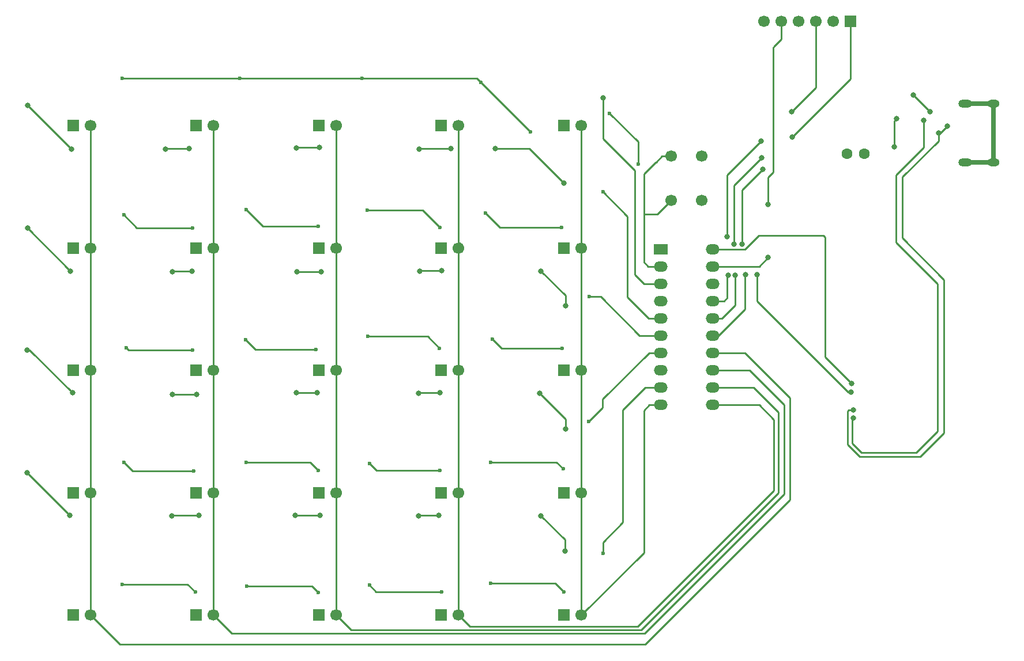
<source format=gbl>
G04 #@! TF.GenerationSoftware,KiCad,Pcbnew,9.0.4*
G04 #@! TF.CreationDate,2025-10-26T21:25:07+02:00*
G04 #@! TF.ProjectId,ResumeCard,52657375-6d65-4436-9172-642e6b696361,rev?*
G04 #@! TF.SameCoordinates,Original*
G04 #@! TF.FileFunction,Copper,L2,Bot*
G04 #@! TF.FilePolarity,Positive*
%FSLAX46Y46*%
G04 Gerber Fmt 4.6, Leading zero omitted, Abs format (unit mm)*
G04 Created by KiCad (PCBNEW 9.0.4) date 2025-10-26 21:25:07*
%MOMM*%
%LPD*%
G01*
G04 APERTURE LIST*
G04 #@! TA.AperFunction,ComponentPad*
%ADD10R,1.700000X1.700000*%
G04 #@! TD*
G04 #@! TA.AperFunction,ComponentPad*
%ADD11C,1.700000*%
G04 #@! TD*
G04 #@! TA.AperFunction,ComponentPad*
%ADD12R,2.000000X1.500000*%
G04 #@! TD*
G04 #@! TA.AperFunction,ComponentPad*
%ADD13O,2.000000X1.500000*%
G04 #@! TD*
G04 #@! TA.AperFunction,ComponentPad*
%ADD14O,2.000000X1.520000*%
G04 #@! TD*
G04 #@! TA.AperFunction,ComponentPad*
%ADD15O,2.000000X1.200000*%
G04 #@! TD*
G04 #@! TA.AperFunction,ComponentPad*
%ADD16O,1.800000X1.200000*%
G04 #@! TD*
G04 #@! TA.AperFunction,ComponentPad*
%ADD17C,1.600000*%
G04 #@! TD*
G04 #@! TA.AperFunction,ViaPad*
%ADD18C,0.600000*%
G04 #@! TD*
G04 #@! TA.AperFunction,ViaPad*
%ADD19C,0.800000*%
G04 #@! TD*
G04 #@! TA.AperFunction,Conductor*
%ADD20C,0.250000*%
G04 #@! TD*
G04 #@! TA.AperFunction,Conductor*
%ADD21C,0.635000*%
G04 #@! TD*
G04 APERTURE END LIST*
D10*
G04 #@! TO.P,SW16,1,1*
G04 #@! TO.N,/CR4*
X21250000Y25300000D03*
D11*
G04 #@! TO.P,SW16,2,2*
G04 #@! TO.N,/C1*
X23790000Y25300000D03*
G04 #@! TD*
D10*
G04 #@! TO.P,SW17,1,1*
G04 #@! TO.N,Net-(D32-A)*
X39250000Y25300000D03*
D11*
G04 #@! TO.P,SW17,2,2*
G04 #@! TO.N,/C2*
X41790000Y25300000D03*
G04 #@! TD*
D10*
G04 #@! TO.P,SW12,1,1*
G04 #@! TO.N,Net-(D31-A)*
X39250000Y43300000D03*
D11*
G04 #@! TO.P,SW12,2,2*
G04 #@! TO.N,/C2*
X41790000Y43300000D03*
G04 #@! TD*
D10*
G04 #@! TO.P,SW6,1,1*
G04 #@! TO.N,/CR2*
X21250000Y61300000D03*
D11*
G04 #@! TO.P,SW6,2,2*
G04 #@! TO.N,/C1*
X23790000Y61300000D03*
G04 #@! TD*
D10*
G04 #@! TO.P,SW2,1,1*
G04 #@! TO.N,Net-(D47-A)*
X39250000Y79300000D03*
D11*
G04 #@! TO.P,SW2,2,2*
G04 #@! TO.N,/C2*
X41790000Y79300000D03*
G04 #@! TD*
D10*
G04 #@! TO.P,SW11,1,1*
G04 #@! TO.N,/CR3*
X21250000Y43300000D03*
D11*
G04 #@! TO.P,SW11,2,2*
G04 #@! TO.N,/C1*
X23790000Y43300000D03*
G04 #@! TD*
D12*
G04 #@! TO.P,U1,1,PD1*
G04 #@! TO.N,/UART option (TXD)*
X107515000Y61090000D03*
D13*
G04 #@! TO.P,U1,2,PA1/XTAL2*
G04 #@! TO.N,/BTN*
X107515000Y58550000D03*
G04 #@! TO.P,U1,3,PA0/XTAL1*
G04 #@! TO.N,/DIN*
X107515000Y56010000D03*
G04 #@! TO.P,U1,4,PD2*
G04 #@! TO.N,/R1*
X107515000Y53470000D03*
G04 #@! TO.P,U1,5,PD3*
G04 #@! TO.N,/R2*
X107515000Y50930000D03*
G04 #@! TO.P,U1,6,PD4*
G04 #@! TO.N,/R3*
X107515000Y48390000D03*
G04 #@! TO.P,U1,7,PD5*
G04 #@! TO.N,/R4*
X107515000Y45850000D03*
G04 #@! TO.P,U1,8,GND*
G04 #@! TO.N,GND*
X107515000Y43310000D03*
G04 #@! TO.P,U1,9,PD6*
G04 #@! TO.N,/R5*
X107515000Y40770000D03*
D14*
G04 #@! TO.P,U1,10,PB0*
G04 #@! TO.N,/C5*
X107515000Y38230000D03*
G04 #@! TO.P,U1,11,PB1*
G04 #@! TO.N,/C4*
X115135000Y38230000D03*
G04 #@! TO.P,U1,12,PB2*
G04 #@! TO.N,/C3*
X115135000Y40770000D03*
G04 #@! TO.P,U1,13,PB3*
G04 #@! TO.N,/C2*
X115135000Y43310000D03*
G04 #@! TO.P,U1,14,PB4*
G04 #@! TO.N,/C1*
X115135000Y45850000D03*
G04 #@! TO.P,U1,15,PB5*
G04 #@! TO.N,Net-(J2-MOSI)*
X115135000Y48390000D03*
G04 #@! TO.P,U1,16,PB6*
G04 #@! TO.N,Net-(J2-MISO)*
X115135000Y50930000D03*
G04 #@! TO.P,U1,17,PB7*
G04 #@! TO.N,Net-(J2-SCK)*
X115135000Y53470000D03*
G04 #@! TO.P,U1,18,VCC*
G04 #@! TO.N,/PWR*
X115135000Y56010000D03*
G04 #@! TO.P,U1,19,PA2/~{RESET}*
G04 #@! TO.N,Net-(J2-~{RST})*
X115135000Y58550000D03*
G04 #@! TO.P,U1,20,PD0*
G04 #@! TO.N,/UART option (RXD)*
X115135000Y61090000D03*
G04 #@! TD*
D10*
G04 #@! TO.P,SW19,1,1*
G04 #@! TO.N,Net-(D40-A)*
X75250000Y25300000D03*
D11*
G04 #@! TO.P,SW19,2,2*
G04 #@! TO.N,/C4*
X77790000Y25300000D03*
G04 #@! TD*
D10*
G04 #@! TO.P,SW21,1,1*
G04 #@! TO.N,/CR5*
X21250000Y7300000D03*
D11*
G04 #@! TO.P,SW21,2,2*
G04 #@! TO.N,/C1*
X23790000Y7300000D03*
G04 #@! TD*
D15*
G04 #@! TO.P,J1,1*
G04 #@! TO.N,GND*
X152200000Y82530000D03*
D16*
G04 #@! TO.P,J1,2*
X156380000Y82530000D03*
G04 #@! TO.P,J1,3*
X156380000Y73870000D03*
D15*
G04 #@! TO.P,J1,e*
X152200000Y73870000D03*
G04 #@! TD*
D10*
G04 #@! TO.P,SW5,1,1*
G04 #@! TO.N,Net-(D42-A)*
X93250000Y79300000D03*
D11*
G04 #@! TO.P,SW5,2,2*
G04 #@! TO.N,/C5*
X95790000Y79300000D03*
G04 #@! TD*
G04 #@! TO.P,SW26,1,1*
G04 #@! TO.N,/PWR*
X113525000Y74800000D03*
X113525000Y68300000D03*
G04 #@! TO.P,SW26,2,2*
G04 #@! TO.N,/BTN*
X109025000Y74800000D03*
X109025000Y68300000D03*
G04 #@! TD*
D10*
G04 #@! TO.P,SW1,1,1*
G04 #@! TO.N,/CR1*
X21250000Y79300000D03*
D11*
G04 #@! TO.P,SW1,2,2*
G04 #@! TO.N,/C1*
X23790000Y79300000D03*
G04 #@! TD*
D10*
G04 #@! TO.P,SW23,1,1*
G04 #@! TO.N,Net-(D37-A)*
X57250000Y7300000D03*
D11*
G04 #@! TO.P,SW23,2,2*
G04 #@! TO.N,/C3*
X59790000Y7300000D03*
G04 #@! TD*
D10*
G04 #@! TO.P,J2,1,MISO*
G04 #@! TO.N,Net-(J2-MISO)*
X135350000Y94600000D03*
D11*
G04 #@! TO.P,J2,2,VCC*
G04 #@! TO.N,/PWR*
X132810000Y94600000D03*
G04 #@! TO.P,J2,3,SCK*
G04 #@! TO.N,Net-(J2-SCK)*
X130270000Y94600000D03*
G04 #@! TO.P,J2,4,MOSI*
G04 #@! TO.N,Net-(J2-MOSI)*
X127730000Y94600000D03*
G04 #@! TO.P,J2,5,~{RST}*
G04 #@! TO.N,Net-(J2-~{RST})*
X125190000Y94600000D03*
G04 #@! TO.P,J2,6,GND*
G04 #@! TO.N,GND*
X122650000Y94600000D03*
G04 #@! TD*
D10*
G04 #@! TO.P,SW8,1,1*
G04 #@! TO.N,Net-(D34-A)*
X57250000Y61300000D03*
D11*
G04 #@! TO.P,SW8,2,2*
G04 #@! TO.N,/C3*
X59790000Y61300000D03*
G04 #@! TD*
D10*
G04 #@! TO.P,SW4,1,1*
G04 #@! TO.N,Net-(D49-A)*
X75250000Y79300000D03*
D11*
G04 #@! TO.P,SW4,2,2*
G04 #@! TO.N,/C4*
X77790000Y79300000D03*
G04 #@! TD*
D10*
G04 #@! TO.P,SW7,1,1*
G04 #@! TO.N,Net-(D30-A)*
X39250000Y61300000D03*
D11*
G04 #@! TO.P,SW7,2,2*
G04 #@! TO.N,/C2*
X41790000Y61300000D03*
G04 #@! TD*
D17*
G04 #@! TO.P,C27,1*
G04 #@! TO.N,GND*
X137395000Y75115000D03*
G04 #@! TO.P,C27,2*
G04 #@! TO.N,/PWR*
X134855000Y75115000D03*
G04 #@! TD*
D10*
G04 #@! TO.P,SW13,1,1*
G04 #@! TO.N,Net-(D35-A)*
X57250000Y43300000D03*
D11*
G04 #@! TO.P,SW13,2,2*
G04 #@! TO.N,/C3*
X59790000Y43300000D03*
G04 #@! TD*
D10*
G04 #@! TO.P,SW18,1,1*
G04 #@! TO.N,Net-(D36-A)*
X57250000Y25300000D03*
D11*
G04 #@! TO.P,SW18,2,2*
G04 #@! TO.N,/C3*
X59790000Y25300000D03*
G04 #@! TD*
D10*
G04 #@! TO.P,SW22,1,1*
G04 #@! TO.N,Net-(D33-A)*
X39250000Y7300000D03*
D11*
G04 #@! TO.P,SW22,2,2*
G04 #@! TO.N,/C2*
X41790000Y7300000D03*
G04 #@! TD*
D10*
G04 #@! TO.P,SW3,1,1*
G04 #@! TO.N,Net-(D48-A)*
X57250000Y79300000D03*
D11*
G04 #@! TO.P,SW3,2,2*
G04 #@! TO.N,/C3*
X59790000Y79300000D03*
G04 #@! TD*
D10*
G04 #@! TO.P,SW20,1,1*
G04 #@! TO.N,Net-(D45-A)*
X93250000Y25300000D03*
D11*
G04 #@! TO.P,SW20,2,2*
G04 #@! TO.N,/C5*
X95790000Y25300000D03*
G04 #@! TD*
D10*
G04 #@! TO.P,SW14,1,1*
G04 #@! TO.N,Net-(D39-A)*
X75250000Y43300000D03*
D11*
G04 #@! TO.P,SW14,2,2*
G04 #@! TO.N,/C4*
X77790000Y43300000D03*
G04 #@! TD*
D10*
G04 #@! TO.P,SW25,1,1*
G04 #@! TO.N,Net-(D50-A)*
X93250000Y7300000D03*
D11*
G04 #@! TO.P,SW25,2,2*
G04 #@! TO.N,/C5*
X95790000Y7300000D03*
G04 #@! TD*
D10*
G04 #@! TO.P,SW9,1,1*
G04 #@! TO.N,Net-(D38-A)*
X75250000Y61300000D03*
D11*
G04 #@! TO.P,SW9,2,2*
G04 #@! TO.N,/C4*
X77790000Y61300000D03*
G04 #@! TD*
D10*
G04 #@! TO.P,SW24,1,1*
G04 #@! TO.N,Net-(D41-A)*
X75250000Y7300000D03*
D11*
G04 #@! TO.P,SW24,2,2*
G04 #@! TO.N,/C4*
X77790000Y7300000D03*
G04 #@! TD*
D10*
G04 #@! TO.P,SW10,1,1*
G04 #@! TO.N,Net-(D43-A)*
X93250000Y61300000D03*
D11*
G04 #@! TO.P,SW10,2,2*
G04 #@! TO.N,/C5*
X95790000Y61300000D03*
G04 #@! TD*
D10*
G04 #@! TO.P,SW15,1,1*
G04 #@! TO.N,Net-(D44-A)*
X93250000Y43300000D03*
D11*
G04 #@! TO.P,SW15,2,2*
G04 #@! TO.N,/C5*
X95790000Y43300000D03*
G04 #@! TD*
D18*
G04 #@! TO.N,/R5*
X93300000Y10725000D03*
X82550000Y12025000D03*
X64700000Y11700000D03*
X75300000Y10700000D03*
X57200000Y10600000D03*
X46725000Y11525000D03*
X39150000Y10700000D03*
X28450000Y11825000D03*
G04 #@! TO.N,/R4*
X96925000Y35800000D03*
X82525000Y29750000D03*
X93150000Y28800000D03*
X75075000Y28600000D03*
X64725000Y29600000D03*
X57175000Y28600000D03*
X46625000Y29750000D03*
X38925000Y28475000D03*
X28650000Y29800000D03*
G04 #@! TO.N,/R3*
X96975000Y54125000D03*
X93025000Y46500000D03*
X82750000Y47850000D03*
X64525000Y48275000D03*
X75025000Y46500000D03*
X46550000Y47800000D03*
X56825000Y46400000D03*
X38750000Y46275000D03*
X29000000Y46625000D03*
G04 #@! TO.N,/R2*
X99000000Y69550000D03*
X81775000Y66450000D03*
X92950000Y64325000D03*
X75100000Y64325000D03*
X64375000Y66875000D03*
X46650000Y66900000D03*
X57200000Y64450000D03*
X38725000Y64225000D03*
X28650000Y66150000D03*
G04 #@! TO.N,/R1*
X88350000Y78400000D03*
D19*
G04 #@! TO.N,Net-(D1-DOUT)*
X76700000Y75900000D03*
X38200000Y75900000D03*
X54000000Y76000000D03*
X34800000Y75800000D03*
X72000000Y75800000D03*
X14500000Y82300000D03*
X83200000Y75900000D03*
X21000000Y75800000D03*
X57400000Y76100000D03*
X93300000Y70800000D03*
G04 #@! TO.N,Net-(D11-DOUT)*
X57000000Y40000000D03*
X89700000Y39900000D03*
X54000000Y40000000D03*
X35800000Y39800000D03*
X75100000Y40000000D03*
X71900000Y39900000D03*
X93500000Y34700000D03*
X39300000Y39800000D03*
X21100000Y40000000D03*
X14450000Y46300000D03*
G04 #@! TO.N,Net-(J2-~{RST})*
X123250000Y67675000D03*
X123275000Y59875000D03*
G04 #@! TO.N,Net-(J2-MISO)*
X118250000Y61900000D03*
X126775000Y77575000D03*
X118400000Y57325000D03*
X122325000Y74575000D03*
G04 #@! TO.N,Net-(J2-MOSI)*
X119425000Y61850000D03*
X122450000Y72850000D03*
X119950000Y57350000D03*
G04 #@! TO.N,Net-(J2-SCK)*
X117400000Y57300000D03*
X122242500Y77025000D03*
X126725000Y81325000D03*
X117250000Y62975000D03*
G04 #@! TO.N,/DIN*
X99000000Y83350000D03*
G04 #@! TO.N,/UART option (TXD)*
X121600000Y57350000D03*
X135400000Y40100000D03*
D18*
G04 #@! TO.N,/R1*
X104200000Y73625000D03*
X100000000Y81100000D03*
G04 #@! TO.N,/R5*
X99000000Y16400000D03*
D19*
G04 #@! TO.N,/UART option (RXD)*
X135500000Y41400000D03*
G04 #@! TO.N,Net-(D15-DIN)*
X20800000Y57900000D03*
X14500000Y64200000D03*
X75300000Y58000000D03*
X38700000Y57900000D03*
X57600000Y57800000D03*
X35800000Y57800000D03*
X72100000Y57900000D03*
X89900000Y57900000D03*
X93500000Y52800000D03*
X54100000Y57800000D03*
G04 #@! TO.N,Net-(D16-DOUT)*
X57500000Y22000000D03*
X74900000Y22000000D03*
X53800000Y22000000D03*
X35700000Y21900000D03*
X89900000Y21900000D03*
X39700000Y22000000D03*
X71900000Y21900000D03*
X93400000Y16700000D03*
X20750000Y21950000D03*
X14450000Y28250000D03*
G04 #@! TO.N,Net-(J1-CC1)*
X142100000Y80300000D03*
X141800000Y76200000D03*
G04 #@! TO.N,Net-(U2-UD-)*
X146100000Y80100000D03*
X135800000Y36300000D03*
G04 #@! TO.N,Net-(U2-UD+)*
X135800000Y37500000D03*
X148300000Y78200000D03*
X149600304Y79225001D03*
G04 #@! TO.N,Net-(J1-CC2)*
X144600000Y83800000D03*
X147051229Y81332500D03*
D18*
G04 #@! TO.N,/R1*
X45675000Y86250000D03*
X81100000Y85650000D03*
X28400000Y86250000D03*
X63650000Y86250000D03*
G04 #@! TD*
D20*
G04 #@! TO.N,/R5*
X82550000Y12025000D02*
X92000000Y12025000D01*
X92000000Y12025000D02*
X93300000Y10725000D01*
X65700000Y10700000D02*
X75300000Y10700000D01*
X64700000Y11700000D02*
X65700000Y10700000D01*
X56275000Y11525000D02*
X57200000Y10600000D01*
X46725000Y11525000D02*
X56275000Y11525000D01*
X38025000Y11825000D02*
X39150000Y10700000D01*
X28450000Y11825000D02*
X38025000Y11825000D01*
G04 #@! TO.N,/R4*
X96925000Y35800000D02*
X98975000Y37850000D01*
X98975000Y37850000D02*
X98975000Y39050000D01*
X98975000Y39050000D02*
X105775000Y45850000D01*
X105775000Y45850000D02*
X107515000Y45850000D01*
X82525000Y29750000D02*
X92200000Y29750000D01*
X92200000Y29750000D02*
X93150000Y28800000D01*
X64725000Y29600000D02*
X65725000Y28600000D01*
X65725000Y28600000D02*
X75075000Y28600000D01*
X56025000Y29750000D02*
X57175000Y28600000D01*
X46625000Y29750000D02*
X56025000Y29750000D01*
X29975000Y28475000D02*
X38925000Y28475000D01*
X28650000Y29800000D02*
X29975000Y28475000D01*
G04 #@! TO.N,Net-(D11-DOUT)*
X93500000Y34700000D02*
X93500000Y36100000D01*
X93500000Y36100000D02*
X89700000Y39900000D01*
G04 #@! TO.N,/R3*
X98665000Y54125000D02*
X104400000Y48390000D01*
X96975000Y54125000D02*
X98665000Y54125000D01*
X84100000Y46500000D02*
X93025000Y46500000D01*
X82750000Y47850000D02*
X84100000Y46500000D01*
X64525000Y48275000D02*
X73250000Y48275000D01*
X73250000Y48275000D02*
X75025000Y46500000D01*
X47950000Y46400000D02*
X56825000Y46400000D01*
X46550000Y47800000D02*
X47950000Y46400000D01*
X29350000Y46275000D02*
X38750000Y46275000D01*
X29000000Y46625000D02*
X29350000Y46275000D01*
G04 #@! TO.N,/R2*
X102600000Y65950000D02*
X102600000Y63700000D01*
X99000000Y69550000D02*
X102600000Y65950000D01*
X81775000Y66450000D02*
X83900000Y64325000D01*
X83900000Y64325000D02*
X92950000Y64325000D01*
X72550000Y66875000D02*
X75100000Y64325000D01*
X64375000Y66875000D02*
X72550000Y66875000D01*
X46650000Y66900000D02*
X49100000Y64450000D01*
X49100000Y64450000D02*
X57200000Y64450000D01*
X30575000Y64225000D02*
X38725000Y64225000D01*
X28650000Y66150000D02*
X30575000Y64225000D01*
G04 #@! TO.N,/R1*
X80500000Y86250000D02*
X88350000Y78400000D01*
G04 #@! TO.N,Net-(D1-DOUT)*
X93300000Y70800000D02*
X88200000Y75900000D01*
X57400000Y76100000D02*
X54100000Y76100000D01*
X72100000Y75900000D02*
X72000000Y75800000D01*
X54200000Y76000000D02*
X54000000Y76000000D01*
X34800000Y75800000D02*
X34900000Y75900000D01*
X54100000Y76100000D02*
X54000000Y76000000D01*
X76700000Y75900000D02*
X72100000Y75900000D01*
X88200000Y75900000D02*
X83200000Y75900000D01*
X34900000Y75900000D02*
X38200000Y75900000D01*
X21000000Y75800000D02*
X14500000Y82300000D01*
D21*
G04 #@! TO.N,GND*
X156380000Y73870000D02*
X156380000Y82530000D01*
X152200000Y73870000D02*
X156380000Y73870000D01*
X156380000Y82530000D02*
X152200000Y82530000D01*
D20*
G04 #@! TO.N,Net-(D11-DOUT)*
X14800000Y46300000D02*
X14450000Y46300000D01*
X39300000Y39800000D02*
X35800000Y39800000D01*
X75100000Y40000000D02*
X72000000Y40000000D01*
X21100000Y40000000D02*
X14800000Y46300000D01*
X57000000Y40000000D02*
X54000000Y40000000D01*
X72000000Y40000000D02*
X71900000Y39900000D01*
G04 #@! TO.N,Net-(J2-~{RST})*
X125190000Y91965000D02*
X125190000Y94600000D01*
X123975000Y90750000D02*
X124087500Y90862500D01*
X123275000Y59875000D02*
X123275000Y60000000D01*
X115135000Y58550000D02*
X121950000Y58550000D01*
X123250000Y67675000D02*
X123250000Y71675000D01*
X123250000Y71675000D02*
X123975000Y72400000D01*
X123975000Y72400000D02*
X123975000Y90750000D01*
X121950000Y58550000D02*
X123275000Y59875000D01*
X124087500Y90862500D02*
X125190000Y91965000D01*
G04 #@! TO.N,Net-(J2-MISO)*
X118050000Y52550000D02*
X118400000Y52900000D01*
X118250000Y67725000D02*
X118250000Y70500000D01*
X116430000Y50930000D02*
X118050000Y52550000D01*
X135350000Y94600000D02*
X135350000Y91300000D01*
X135350000Y86150000D02*
X135350000Y91300000D01*
X126775000Y77575000D02*
X135350000Y86150000D01*
X118250000Y61900000D02*
X118250000Y67725000D01*
X115135000Y50930000D02*
X116430000Y50930000D01*
X118400000Y52900000D02*
X118400000Y57325000D01*
X118250000Y70500000D02*
X122325000Y74575000D01*
G04 #@! TO.N,Net-(J2-MOSI)*
X119425000Y68575000D02*
X119425000Y69825000D01*
X119875000Y57275000D02*
X119950000Y57350000D01*
X119425000Y61850000D02*
X119425000Y68575000D01*
X115135000Y48390000D02*
X115990000Y48390000D01*
X115990000Y48390000D02*
X119875000Y52275000D01*
X119875000Y52275000D02*
X119875000Y57275000D01*
X119425000Y69825000D02*
X122450000Y72850000D01*
X127730000Y94600000D02*
X127600000Y94600000D01*
G04 #@! TO.N,Net-(J2-SCK)*
X116770000Y53470000D02*
X117250000Y53950000D01*
X130270000Y84870000D02*
X130270000Y94600000D01*
X117250000Y62975000D02*
X117250000Y66925000D01*
X117250000Y72032500D02*
X122242500Y77025000D01*
X117250000Y66925000D02*
X117250000Y72032500D01*
X117250000Y53950000D02*
X117250000Y57150000D01*
X115135000Y53470000D02*
X116770000Y53470000D01*
X126725000Y81325000D02*
X130270000Y84870000D01*
X117250000Y57150000D02*
X117400000Y57300000D01*
G04 #@! TO.N,/DIN*
X103700000Y57350000D02*
X103700000Y72675000D01*
X105040000Y56010000D02*
X103700000Y57350000D01*
X99000000Y77375000D02*
X99000000Y83350000D01*
X103700000Y72675000D02*
X99000000Y77375000D01*
X107515000Y56010000D02*
X105040000Y56010000D01*
G04 #@! TO.N,/UART option (TXD)*
X121612500Y57337500D02*
X121600000Y57350000D01*
X121612500Y53487500D02*
X121612500Y57337500D01*
X135000000Y40100000D02*
X128100000Y47000000D01*
X128100000Y47000000D02*
X121612500Y53487500D01*
X135400000Y40100000D02*
X135000000Y40100000D01*
G04 #@! TO.N,/R1*
X104200000Y73625000D02*
X104200000Y76900000D01*
X100000000Y81100000D02*
X104200000Y76900000D01*
G04 #@! TO.N,/C3*
X59790000Y7300000D02*
X59790000Y25300000D01*
X121155000Y40770000D02*
X115135000Y40770000D01*
X124800000Y37125000D02*
X121155000Y40770000D01*
X59790000Y43300000D02*
X59790000Y25300000D01*
X59790000Y43300000D02*
X59790000Y61300000D01*
X59790000Y79300000D02*
X59790000Y61300000D01*
X61990000Y5100000D02*
X104600000Y5100000D01*
X59800000Y62000000D02*
X60000000Y62000000D01*
X124800000Y25300000D02*
X124800000Y37125000D01*
X59790000Y7300000D02*
X61990000Y5100000D01*
X104600000Y5100000D02*
X124800000Y25300000D01*
G04 #@! TO.N,/C2*
X120515000Y43310000D02*
X115135000Y43310000D01*
X41790000Y7300000D02*
X44490000Y4600000D01*
X44490000Y4600000D02*
X105100000Y4600000D01*
X105100000Y4600000D02*
X125600000Y25100000D01*
X125600000Y38225000D02*
X120515000Y43310000D01*
X41790000Y43300000D02*
X41790000Y61300000D01*
X41790000Y79300000D02*
X41790000Y61300000D01*
X41790000Y43300000D02*
X41790000Y25300000D01*
X41790000Y25300000D02*
X41790000Y7300000D01*
X125600000Y25100000D02*
X125600000Y38225000D01*
G04 #@! TO.N,/R3*
X104400000Y48390000D02*
X107515000Y48390000D01*
G04 #@! TO.N,/C5*
X95790000Y7300000D02*
X95790000Y25300000D01*
X95790000Y43300000D02*
X95790000Y25300000D01*
X105000000Y16510000D02*
X105000000Y37400000D01*
X95790000Y79300000D02*
X95790000Y61300000D01*
X95790000Y7300000D02*
X105000000Y16510000D01*
X105000000Y37400000D02*
X105830000Y38230000D01*
X105830000Y38230000D02*
X107515000Y38230000D01*
X95790000Y43300000D02*
X95790000Y61300000D01*
G04 #@! TO.N,/R2*
X105745000Y50930000D02*
X102600000Y54075000D01*
X107515000Y50930000D02*
X105745000Y50930000D01*
X102600000Y54075000D02*
X102600000Y63700000D01*
G04 #@! TO.N,/C1*
X126500000Y39225000D02*
X119875000Y45850000D01*
X23790000Y42600000D02*
X23790000Y61300000D01*
X23790000Y79300000D02*
X23790000Y79460000D01*
X126500000Y24300000D02*
X126500000Y39225000D01*
X23800000Y79310000D02*
X23790000Y79300000D01*
X23790000Y7300000D02*
X28090000Y3000000D01*
X23790000Y79460000D02*
X23787500Y79462500D01*
X105200000Y3000000D02*
X126500000Y24300000D01*
X23790000Y25300000D02*
X23790000Y43300000D01*
X23790000Y61300000D02*
X23790000Y79300000D01*
X119875000Y45850000D02*
X115135000Y45850000D01*
X28090000Y3000000D02*
X105200000Y3000000D01*
X23790000Y7300000D02*
X23790000Y25300000D01*
G04 #@! TO.N,/C4*
X77800000Y62000000D02*
X78000000Y62000000D01*
X77790000Y7300000D02*
X77790000Y7110000D01*
X124100000Y36075000D02*
X121945000Y38230000D01*
X104100000Y5600000D02*
X124100000Y25600000D01*
X77790000Y43300000D02*
X77790000Y61300000D01*
X79490000Y5600000D02*
X104100000Y5600000D01*
X77790000Y43300000D02*
X77790000Y25300000D01*
X77790000Y61300000D02*
X77790000Y79300000D01*
X124100000Y25600000D02*
X124100000Y36075000D01*
X121945000Y38230000D02*
X115135000Y38230000D01*
X77790000Y7300000D02*
X79490000Y5600000D01*
X77790000Y25300000D02*
X77790000Y7300000D01*
G04 #@! TO.N,/R5*
X105170000Y40770000D02*
X107515000Y40770000D01*
X101900000Y20925000D02*
X101900000Y37500000D01*
X99000000Y16400000D02*
X99000000Y18025000D01*
X99000000Y18025000D02*
X101900000Y20925000D01*
X101900000Y37500000D02*
X105170000Y40770000D01*
G04 #@! TO.N,/UART option (RXD)*
X121875000Y63125000D02*
X125225000Y63125000D01*
X131600000Y45300000D02*
X135500000Y41400000D01*
X131600000Y62900000D02*
X131600000Y45300000D01*
X125225000Y63125000D02*
X125250000Y63150000D01*
X125250000Y63150000D02*
X125275000Y63125000D01*
X131375000Y63125000D02*
X131600000Y62900000D01*
X121875000Y63125000D02*
X119840000Y61090000D01*
X125275000Y63125000D02*
X131375000Y63125000D01*
X119840000Y61090000D02*
X115135000Y61090000D01*
G04 #@! TO.N,Net-(D15-DIN)*
X20800000Y57900000D02*
X14500000Y64200000D01*
X93500000Y54300000D02*
X89900000Y57900000D01*
X38700000Y57900000D02*
X35900000Y57900000D01*
X35900000Y57900000D02*
X35800000Y57800000D01*
X93500000Y52800000D02*
X93500000Y54300000D01*
X75300000Y58000000D02*
X72200000Y58000000D01*
X54100000Y57800000D02*
X57600000Y57800000D01*
X72200000Y58000000D02*
X72100000Y57900000D01*
G04 #@! TO.N,Net-(D16-DOUT)*
X39700000Y22000000D02*
X35800000Y22000000D01*
X93400000Y18400000D02*
X89900000Y21900000D01*
X53800000Y22000000D02*
X53800000Y22250000D01*
X93400000Y16700000D02*
X93400000Y18400000D01*
X20750000Y21950000D02*
X14450000Y28250000D01*
X35800000Y22000000D02*
X35700000Y21900000D01*
X57500000Y22000000D02*
X53800000Y22000000D01*
X74900000Y22000000D02*
X72000000Y22000000D01*
X72000000Y22000000D02*
X71900000Y21900000D01*
G04 #@! TO.N,/BTN*
X106750000Y73900000D02*
X106800000Y73900000D01*
X107000000Y66275000D02*
X109025000Y68300000D01*
X105000000Y66275000D02*
X105000000Y59225000D01*
X107700000Y74800000D02*
X109025000Y74800000D01*
X105000000Y59225000D02*
X105675000Y58550000D01*
X105000000Y66275000D02*
X105000000Y72150000D01*
X105000000Y66275000D02*
X107000000Y66275000D01*
X106800000Y73900000D02*
X107700000Y74800000D01*
X105000000Y72150000D02*
X106750000Y73900000D01*
X105675000Y58550000D02*
X107515000Y58550000D01*
G04 #@! TO.N,/CR3*
X21400000Y42750000D02*
X21250000Y42600000D01*
G04 #@! TO.N,/CR4*
X21500000Y25550000D02*
X21250000Y25300000D01*
G04 #@! TO.N,/CR5*
X21400000Y7450000D02*
X21250000Y7300000D01*
G04 #@! TO.N,Net-(J1-CC1)*
X141800000Y80000000D02*
X142100000Y80300000D01*
X141800000Y76200000D02*
X141800000Y80000000D01*
G04 #@! TO.N,Net-(U2-UD-)*
X137000000Y31200000D02*
X145000000Y31200000D01*
X148100000Y34300000D02*
X148100000Y56000000D01*
X145000000Y31200000D02*
X148100000Y34300000D01*
X146100000Y76100000D02*
X146100000Y80100000D01*
X142000000Y72000000D02*
X142000000Y62100000D01*
X135800000Y36300000D02*
X135600000Y36100000D01*
X142000000Y62100000D02*
X148100000Y56000000D01*
X142000000Y72000000D02*
X146100000Y76100000D01*
X135600000Y36100000D02*
X135600000Y32600000D01*
X135600000Y32600000D02*
X137000000Y31200000D01*
G04 #@! TO.N,Net-(U2-UD+)*
X149100000Y56650000D02*
X143000000Y62750000D01*
X143000000Y71750000D02*
X148300000Y77050000D01*
X145600000Y30600000D02*
X149100000Y34100000D01*
X136700000Y30600000D02*
X145600000Y30600000D01*
X143000000Y62750000D02*
X143000000Y71750000D01*
X148300000Y77050000D02*
X148300000Y78200000D01*
X134900000Y32400000D02*
X136700000Y30600000D01*
X148300000Y78200000D02*
X148575303Y78200000D01*
X148575303Y78200000D02*
X149600304Y79225001D01*
X149100000Y34100000D02*
X149100000Y56650000D01*
X134900000Y37300000D02*
X134900000Y32400000D01*
X135800000Y37500000D02*
X135100000Y37500000D01*
X135100000Y37500000D02*
X134900000Y37300000D01*
G04 #@! TO.N,Net-(J1-CC2)*
X146200000Y82183729D02*
X147051229Y81332500D01*
X144600000Y83800000D02*
X146200000Y82200000D01*
X146200000Y82200000D02*
X146200000Y82183729D01*
G04 #@! TO.N,/R1*
X28400000Y86250000D02*
X80500000Y86250000D01*
G04 #@! TD*
M02*

</source>
